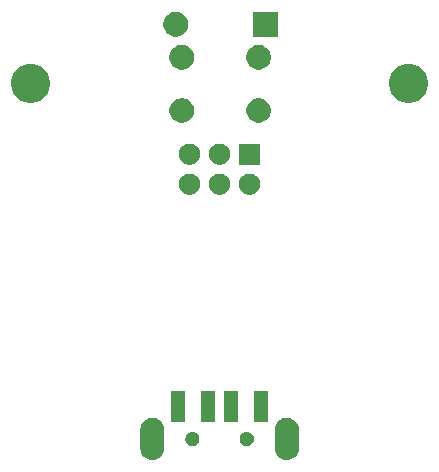
<source format=gbr>
G04 #@! TF.GenerationSoftware,KiCad,Pcbnew,(5.1.6)-1*
G04 #@! TF.CreationDate,2020-09-18T10:49:42+01:00*
G04 #@! TF.ProjectId,teatime,74656174-696d-4652-9e6b-696361645f70,rev?*
G04 #@! TF.SameCoordinates,Original*
G04 #@! TF.FileFunction,Soldermask,Bot*
G04 #@! TF.FilePolarity,Negative*
%FSLAX46Y46*%
G04 Gerber Fmt 4.6, Leading zero omitted, Abs format (unit mm)*
G04 Created by KiCad (PCBNEW (5.1.6)-1) date 2020-09-18 10:49:42*
%MOMM*%
%LPD*%
G01*
G04 APERTURE LIST*
%ADD10C,0.100000*%
G04 APERTURE END LIST*
D10*
G36*
X94496228Y-128313483D02*
G01*
X94684922Y-128370723D01*
X94858815Y-128463671D01*
X95011239Y-128588761D01*
X95136329Y-128741185D01*
X95229277Y-128915078D01*
X95286517Y-129103772D01*
X95301000Y-129250825D01*
X95301000Y-130949175D01*
X95286517Y-131096228D01*
X95229277Y-131284922D01*
X95136329Y-131458815D01*
X95011239Y-131611239D01*
X94858815Y-131736329D01*
X94684921Y-131829277D01*
X94496227Y-131886517D01*
X94300000Y-131905843D01*
X94103772Y-131886517D01*
X93915078Y-131829277D01*
X93741185Y-131736329D01*
X93588761Y-131611239D01*
X93463671Y-131458815D01*
X93370723Y-131284921D01*
X93313483Y-131096227D01*
X93299000Y-130949174D01*
X93299000Y-129250825D01*
X93313483Y-129103769D01*
X93370722Y-128915081D01*
X93463672Y-128741185D01*
X93588762Y-128588761D01*
X93741186Y-128463671D01*
X93915079Y-128370723D01*
X94103773Y-128313483D01*
X94300000Y-128294157D01*
X94496228Y-128313483D01*
G37*
G36*
X105896228Y-128313483D02*
G01*
X106084922Y-128370723D01*
X106258815Y-128463671D01*
X106411239Y-128588761D01*
X106536329Y-128741185D01*
X106629277Y-128915078D01*
X106686517Y-129103772D01*
X106701000Y-129250825D01*
X106701000Y-130949175D01*
X106686517Y-131096228D01*
X106629277Y-131284922D01*
X106536329Y-131458815D01*
X106411239Y-131611239D01*
X106258815Y-131736329D01*
X106084921Y-131829277D01*
X105896227Y-131886517D01*
X105700000Y-131905843D01*
X105503772Y-131886517D01*
X105315078Y-131829277D01*
X105141185Y-131736329D01*
X104988761Y-131611239D01*
X104863671Y-131458815D01*
X104770723Y-131284921D01*
X104713483Y-131096227D01*
X104699000Y-130949174D01*
X104699000Y-129250825D01*
X104713483Y-129103769D01*
X104770722Y-128915081D01*
X104863672Y-128741185D01*
X104988762Y-128588761D01*
X105141186Y-128463671D01*
X105315079Y-128370723D01*
X105503773Y-128313483D01*
X105700000Y-128294157D01*
X105896228Y-128313483D01*
G37*
G36*
X97836601Y-129514397D02*
G01*
X97875305Y-129522096D01*
X97907340Y-129535365D01*
X97984680Y-129567400D01*
X98083115Y-129633173D01*
X98166827Y-129716885D01*
X98232600Y-129815320D01*
X98277904Y-129924696D01*
X98301000Y-130040805D01*
X98301000Y-130159195D01*
X98277904Y-130275304D01*
X98232600Y-130384680D01*
X98166827Y-130483115D01*
X98083115Y-130566827D01*
X97984680Y-130632600D01*
X97907340Y-130664635D01*
X97875305Y-130677904D01*
X97836601Y-130685603D01*
X97759195Y-130701000D01*
X97640805Y-130701000D01*
X97563399Y-130685603D01*
X97524695Y-130677904D01*
X97492660Y-130664635D01*
X97415320Y-130632600D01*
X97316885Y-130566827D01*
X97233173Y-130483115D01*
X97167400Y-130384680D01*
X97122096Y-130275304D01*
X97099000Y-130159195D01*
X97099000Y-130040805D01*
X97122096Y-129924696D01*
X97167400Y-129815320D01*
X97233173Y-129716885D01*
X97316885Y-129633173D01*
X97415320Y-129567400D01*
X97492660Y-129535365D01*
X97524695Y-129522096D01*
X97563399Y-129514397D01*
X97640805Y-129499000D01*
X97759195Y-129499000D01*
X97836601Y-129514397D01*
G37*
G36*
X102436601Y-129514397D02*
G01*
X102475305Y-129522096D01*
X102507340Y-129535365D01*
X102584680Y-129567400D01*
X102683115Y-129633173D01*
X102766827Y-129716885D01*
X102832600Y-129815320D01*
X102877904Y-129924696D01*
X102901000Y-130040805D01*
X102901000Y-130159195D01*
X102877904Y-130275304D01*
X102832600Y-130384680D01*
X102766827Y-130483115D01*
X102683115Y-130566827D01*
X102584680Y-130632600D01*
X102507340Y-130664635D01*
X102475305Y-130677904D01*
X102436601Y-130685603D01*
X102359195Y-130701000D01*
X102240805Y-130701000D01*
X102163399Y-130685603D01*
X102124695Y-130677904D01*
X102092660Y-130664635D01*
X102015320Y-130632600D01*
X101916885Y-130566827D01*
X101833173Y-130483115D01*
X101767400Y-130384680D01*
X101722096Y-130275304D01*
X101699000Y-130159195D01*
X101699000Y-130040805D01*
X101722096Y-129924696D01*
X101767400Y-129815320D01*
X101833173Y-129716885D01*
X101916885Y-129633173D01*
X102015320Y-129567400D01*
X102092660Y-129535365D01*
X102124695Y-129522096D01*
X102163399Y-129514397D01*
X102240805Y-129499000D01*
X102359195Y-129499000D01*
X102436601Y-129514397D01*
G37*
G36*
X99601000Y-128651000D02*
G01*
X98399000Y-128651000D01*
X98399000Y-126049000D01*
X99601000Y-126049000D01*
X99601000Y-128651000D01*
G37*
G36*
X97101000Y-128651000D02*
G01*
X95899000Y-128651000D01*
X95899000Y-126049000D01*
X97101000Y-126049000D01*
X97101000Y-128651000D01*
G37*
G36*
X101601000Y-128651000D02*
G01*
X100399000Y-128651000D01*
X100399000Y-126049000D01*
X101601000Y-126049000D01*
X101601000Y-128651000D01*
G37*
G36*
X104101000Y-128651000D02*
G01*
X102899000Y-128651000D01*
X102899000Y-126049000D01*
X104101000Y-126049000D01*
X104101000Y-128651000D01*
G37*
G36*
X97573512Y-107643927D02*
G01*
X97722812Y-107673624D01*
X97886784Y-107741544D01*
X98034354Y-107840147D01*
X98159853Y-107965646D01*
X98258456Y-108113216D01*
X98326376Y-108277188D01*
X98361000Y-108451259D01*
X98361000Y-108628741D01*
X98326376Y-108802812D01*
X98258456Y-108966784D01*
X98159853Y-109114354D01*
X98034354Y-109239853D01*
X97886784Y-109338456D01*
X97722812Y-109406376D01*
X97573512Y-109436073D01*
X97548742Y-109441000D01*
X97371258Y-109441000D01*
X97346488Y-109436073D01*
X97197188Y-109406376D01*
X97033216Y-109338456D01*
X96885646Y-109239853D01*
X96760147Y-109114354D01*
X96661544Y-108966784D01*
X96593624Y-108802812D01*
X96559000Y-108628741D01*
X96559000Y-108451259D01*
X96593624Y-108277188D01*
X96661544Y-108113216D01*
X96760147Y-107965646D01*
X96885646Y-107840147D01*
X97033216Y-107741544D01*
X97197188Y-107673624D01*
X97346488Y-107643927D01*
X97371258Y-107639000D01*
X97548742Y-107639000D01*
X97573512Y-107643927D01*
G37*
G36*
X100113512Y-107643927D02*
G01*
X100262812Y-107673624D01*
X100426784Y-107741544D01*
X100574354Y-107840147D01*
X100699853Y-107965646D01*
X100798456Y-108113216D01*
X100866376Y-108277188D01*
X100901000Y-108451259D01*
X100901000Y-108628741D01*
X100866376Y-108802812D01*
X100798456Y-108966784D01*
X100699853Y-109114354D01*
X100574354Y-109239853D01*
X100426784Y-109338456D01*
X100262812Y-109406376D01*
X100113512Y-109436073D01*
X100088742Y-109441000D01*
X99911258Y-109441000D01*
X99886488Y-109436073D01*
X99737188Y-109406376D01*
X99573216Y-109338456D01*
X99425646Y-109239853D01*
X99300147Y-109114354D01*
X99201544Y-108966784D01*
X99133624Y-108802812D01*
X99099000Y-108628741D01*
X99099000Y-108451259D01*
X99133624Y-108277188D01*
X99201544Y-108113216D01*
X99300147Y-107965646D01*
X99425646Y-107840147D01*
X99573216Y-107741544D01*
X99737188Y-107673624D01*
X99886488Y-107643927D01*
X99911258Y-107639000D01*
X100088742Y-107639000D01*
X100113512Y-107643927D01*
G37*
G36*
X102653512Y-107643927D02*
G01*
X102802812Y-107673624D01*
X102966784Y-107741544D01*
X103114354Y-107840147D01*
X103239853Y-107965646D01*
X103338456Y-108113216D01*
X103406376Y-108277188D01*
X103441000Y-108451259D01*
X103441000Y-108628741D01*
X103406376Y-108802812D01*
X103338456Y-108966784D01*
X103239853Y-109114354D01*
X103114354Y-109239853D01*
X102966784Y-109338456D01*
X102802812Y-109406376D01*
X102653512Y-109436073D01*
X102628742Y-109441000D01*
X102451258Y-109441000D01*
X102426488Y-109436073D01*
X102277188Y-109406376D01*
X102113216Y-109338456D01*
X101965646Y-109239853D01*
X101840147Y-109114354D01*
X101741544Y-108966784D01*
X101673624Y-108802812D01*
X101639000Y-108628741D01*
X101639000Y-108451259D01*
X101673624Y-108277188D01*
X101741544Y-108113216D01*
X101840147Y-107965646D01*
X101965646Y-107840147D01*
X102113216Y-107741544D01*
X102277188Y-107673624D01*
X102426488Y-107643927D01*
X102451258Y-107639000D01*
X102628742Y-107639000D01*
X102653512Y-107643927D01*
G37*
G36*
X97573512Y-105103927D02*
G01*
X97722812Y-105133624D01*
X97886784Y-105201544D01*
X98034354Y-105300147D01*
X98159853Y-105425646D01*
X98258456Y-105573216D01*
X98326376Y-105737188D01*
X98361000Y-105911259D01*
X98361000Y-106088741D01*
X98326376Y-106262812D01*
X98258456Y-106426784D01*
X98159853Y-106574354D01*
X98034354Y-106699853D01*
X97886784Y-106798456D01*
X97722812Y-106866376D01*
X97573512Y-106896073D01*
X97548742Y-106901000D01*
X97371258Y-106901000D01*
X97346488Y-106896073D01*
X97197188Y-106866376D01*
X97033216Y-106798456D01*
X96885646Y-106699853D01*
X96760147Y-106574354D01*
X96661544Y-106426784D01*
X96593624Y-106262812D01*
X96559000Y-106088741D01*
X96559000Y-105911259D01*
X96593624Y-105737188D01*
X96661544Y-105573216D01*
X96760147Y-105425646D01*
X96885646Y-105300147D01*
X97033216Y-105201544D01*
X97197188Y-105133624D01*
X97346488Y-105103927D01*
X97371258Y-105099000D01*
X97548742Y-105099000D01*
X97573512Y-105103927D01*
G37*
G36*
X103441000Y-106901000D02*
G01*
X101639000Y-106901000D01*
X101639000Y-105099000D01*
X103441000Y-105099000D01*
X103441000Y-106901000D01*
G37*
G36*
X100113512Y-105103927D02*
G01*
X100262812Y-105133624D01*
X100426784Y-105201544D01*
X100574354Y-105300147D01*
X100699853Y-105425646D01*
X100798456Y-105573216D01*
X100866376Y-105737188D01*
X100901000Y-105911259D01*
X100901000Y-106088741D01*
X100866376Y-106262812D01*
X100798456Y-106426784D01*
X100699853Y-106574354D01*
X100574354Y-106699853D01*
X100426784Y-106798456D01*
X100262812Y-106866376D01*
X100113512Y-106896073D01*
X100088742Y-106901000D01*
X99911258Y-106901000D01*
X99886488Y-106896073D01*
X99737188Y-106866376D01*
X99573216Y-106798456D01*
X99425646Y-106699853D01*
X99300147Y-106574354D01*
X99201544Y-106426784D01*
X99133624Y-106262812D01*
X99099000Y-106088741D01*
X99099000Y-105911259D01*
X99133624Y-105737188D01*
X99201544Y-105573216D01*
X99300147Y-105425646D01*
X99425646Y-105300147D01*
X99573216Y-105201544D01*
X99737188Y-105133624D01*
X99886488Y-105103927D01*
X99911258Y-105099000D01*
X100088742Y-105099000D01*
X100113512Y-105103927D01*
G37*
G36*
X103606564Y-101289389D02*
G01*
X103797833Y-101368615D01*
X103797835Y-101368616D01*
X103939236Y-101463097D01*
X103969973Y-101483635D01*
X104116365Y-101630027D01*
X104231385Y-101802167D01*
X104310611Y-101993436D01*
X104351000Y-102196484D01*
X104351000Y-102403516D01*
X104310611Y-102606564D01*
X104231385Y-102797833D01*
X104231384Y-102797835D01*
X104116365Y-102969973D01*
X103969973Y-103116365D01*
X103797835Y-103231384D01*
X103797834Y-103231385D01*
X103797833Y-103231385D01*
X103606564Y-103310611D01*
X103403516Y-103351000D01*
X103196484Y-103351000D01*
X102993436Y-103310611D01*
X102802167Y-103231385D01*
X102802166Y-103231385D01*
X102802165Y-103231384D01*
X102630027Y-103116365D01*
X102483635Y-102969973D01*
X102368616Y-102797835D01*
X102368615Y-102797833D01*
X102289389Y-102606564D01*
X102249000Y-102403516D01*
X102249000Y-102196484D01*
X102289389Y-101993436D01*
X102368615Y-101802167D01*
X102483635Y-101630027D01*
X102630027Y-101483635D01*
X102660764Y-101463097D01*
X102802165Y-101368616D01*
X102802167Y-101368615D01*
X102993436Y-101289389D01*
X103196484Y-101249000D01*
X103403516Y-101249000D01*
X103606564Y-101289389D01*
G37*
G36*
X97106564Y-101289389D02*
G01*
X97297833Y-101368615D01*
X97297835Y-101368616D01*
X97439236Y-101463097D01*
X97469973Y-101483635D01*
X97616365Y-101630027D01*
X97731385Y-101802167D01*
X97810611Y-101993436D01*
X97851000Y-102196484D01*
X97851000Y-102403516D01*
X97810611Y-102606564D01*
X97731385Y-102797833D01*
X97731384Y-102797835D01*
X97616365Y-102969973D01*
X97469973Y-103116365D01*
X97297835Y-103231384D01*
X97297834Y-103231385D01*
X97297833Y-103231385D01*
X97106564Y-103310611D01*
X96903516Y-103351000D01*
X96696484Y-103351000D01*
X96493436Y-103310611D01*
X96302167Y-103231385D01*
X96302166Y-103231385D01*
X96302165Y-103231384D01*
X96130027Y-103116365D01*
X95983635Y-102969973D01*
X95868616Y-102797835D01*
X95868615Y-102797833D01*
X95789389Y-102606564D01*
X95749000Y-102403516D01*
X95749000Y-102196484D01*
X95789389Y-101993436D01*
X95868615Y-101802167D01*
X95983635Y-101630027D01*
X96130027Y-101483635D01*
X96160764Y-101463097D01*
X96302165Y-101368616D01*
X96302167Y-101368615D01*
X96493436Y-101289389D01*
X96696484Y-101249000D01*
X96903516Y-101249000D01*
X97106564Y-101289389D01*
G37*
G36*
X116375256Y-98391298D02*
G01*
X116481579Y-98412447D01*
X116782042Y-98536903D01*
X117052451Y-98717585D01*
X117282415Y-98947549D01*
X117463097Y-99217958D01*
X117587553Y-99518421D01*
X117651000Y-99837391D01*
X117651000Y-100162609D01*
X117587553Y-100481579D01*
X117463097Y-100782042D01*
X117282415Y-101052451D01*
X117052451Y-101282415D01*
X116782042Y-101463097D01*
X116481579Y-101587553D01*
X116375256Y-101608702D01*
X116162611Y-101651000D01*
X115837389Y-101651000D01*
X115624744Y-101608702D01*
X115518421Y-101587553D01*
X115217958Y-101463097D01*
X114947549Y-101282415D01*
X114717585Y-101052451D01*
X114536903Y-100782042D01*
X114412447Y-100481579D01*
X114349000Y-100162609D01*
X114349000Y-99837391D01*
X114412447Y-99518421D01*
X114536903Y-99217958D01*
X114717585Y-98947549D01*
X114947549Y-98717585D01*
X115217958Y-98536903D01*
X115518421Y-98412447D01*
X115624744Y-98391298D01*
X115837389Y-98349000D01*
X116162611Y-98349000D01*
X116375256Y-98391298D01*
G37*
G36*
X84375256Y-98391298D02*
G01*
X84481579Y-98412447D01*
X84782042Y-98536903D01*
X85052451Y-98717585D01*
X85282415Y-98947549D01*
X85463097Y-99217958D01*
X85587553Y-99518421D01*
X85651000Y-99837391D01*
X85651000Y-100162609D01*
X85587553Y-100481579D01*
X85463097Y-100782042D01*
X85282415Y-101052451D01*
X85052451Y-101282415D01*
X84782042Y-101463097D01*
X84481579Y-101587553D01*
X84375256Y-101608702D01*
X84162611Y-101651000D01*
X83837389Y-101651000D01*
X83624744Y-101608702D01*
X83518421Y-101587553D01*
X83217958Y-101463097D01*
X82947549Y-101282415D01*
X82717585Y-101052451D01*
X82536903Y-100782042D01*
X82412447Y-100481579D01*
X82349000Y-100162609D01*
X82349000Y-99837391D01*
X82412447Y-99518421D01*
X82536903Y-99217958D01*
X82717585Y-98947549D01*
X82947549Y-98717585D01*
X83217958Y-98536903D01*
X83518421Y-98412447D01*
X83624744Y-98391298D01*
X83837389Y-98349000D01*
X84162611Y-98349000D01*
X84375256Y-98391298D01*
G37*
G36*
X97106564Y-96789389D02*
G01*
X97297833Y-96868615D01*
X97297835Y-96868616D01*
X97469973Y-96983635D01*
X97616365Y-97130027D01*
X97731385Y-97302167D01*
X97810611Y-97493436D01*
X97851000Y-97696484D01*
X97851000Y-97903516D01*
X97810611Y-98106564D01*
X97731385Y-98297833D01*
X97731384Y-98297835D01*
X97616365Y-98469973D01*
X97469973Y-98616365D01*
X97297835Y-98731384D01*
X97297834Y-98731385D01*
X97297833Y-98731385D01*
X97106564Y-98810611D01*
X96903516Y-98851000D01*
X96696484Y-98851000D01*
X96493436Y-98810611D01*
X96302167Y-98731385D01*
X96302166Y-98731385D01*
X96302165Y-98731384D01*
X96130027Y-98616365D01*
X95983635Y-98469973D01*
X95868616Y-98297835D01*
X95868615Y-98297833D01*
X95789389Y-98106564D01*
X95749000Y-97903516D01*
X95749000Y-97696484D01*
X95789389Y-97493436D01*
X95868615Y-97302167D01*
X95983635Y-97130027D01*
X96130027Y-96983635D01*
X96302165Y-96868616D01*
X96302167Y-96868615D01*
X96493436Y-96789389D01*
X96696484Y-96749000D01*
X96903516Y-96749000D01*
X97106564Y-96789389D01*
G37*
G36*
X103606564Y-96789389D02*
G01*
X103797833Y-96868615D01*
X103797835Y-96868616D01*
X103969973Y-96983635D01*
X104116365Y-97130027D01*
X104231385Y-97302167D01*
X104310611Y-97493436D01*
X104351000Y-97696484D01*
X104351000Y-97903516D01*
X104310611Y-98106564D01*
X104231385Y-98297833D01*
X104231384Y-98297835D01*
X104116365Y-98469973D01*
X103969973Y-98616365D01*
X103797835Y-98731384D01*
X103797834Y-98731385D01*
X103797833Y-98731385D01*
X103606564Y-98810611D01*
X103403516Y-98851000D01*
X103196484Y-98851000D01*
X102993436Y-98810611D01*
X102802167Y-98731385D01*
X102802166Y-98731385D01*
X102802165Y-98731384D01*
X102630027Y-98616365D01*
X102483635Y-98469973D01*
X102368616Y-98297835D01*
X102368615Y-98297833D01*
X102289389Y-98106564D01*
X102249000Y-97903516D01*
X102249000Y-97696484D01*
X102289389Y-97493436D01*
X102368615Y-97302167D01*
X102483635Y-97130027D01*
X102630027Y-96983635D01*
X102802165Y-96868616D01*
X102802167Y-96868615D01*
X102993436Y-96789389D01*
X103196484Y-96749000D01*
X103403516Y-96749000D01*
X103606564Y-96789389D01*
G37*
G36*
X104951000Y-96051000D02*
G01*
X102849000Y-96051000D01*
X102849000Y-93949000D01*
X104951000Y-93949000D01*
X104951000Y-96051000D01*
G37*
G36*
X96606564Y-93989389D02*
G01*
X96797833Y-94068615D01*
X96797835Y-94068616D01*
X96969973Y-94183635D01*
X97116365Y-94330027D01*
X97231385Y-94502167D01*
X97310611Y-94693436D01*
X97351000Y-94896484D01*
X97351000Y-95103516D01*
X97310611Y-95306564D01*
X97231385Y-95497833D01*
X97231384Y-95497835D01*
X97116365Y-95669973D01*
X96969973Y-95816365D01*
X96797835Y-95931384D01*
X96797834Y-95931385D01*
X96797833Y-95931385D01*
X96606564Y-96010611D01*
X96403516Y-96051000D01*
X96196484Y-96051000D01*
X95993436Y-96010611D01*
X95802167Y-95931385D01*
X95802166Y-95931385D01*
X95802165Y-95931384D01*
X95630027Y-95816365D01*
X95483635Y-95669973D01*
X95368616Y-95497835D01*
X95368615Y-95497833D01*
X95289389Y-95306564D01*
X95249000Y-95103516D01*
X95249000Y-94896484D01*
X95289389Y-94693436D01*
X95368615Y-94502167D01*
X95483635Y-94330027D01*
X95630027Y-94183635D01*
X95802165Y-94068616D01*
X95802167Y-94068615D01*
X95993436Y-93989389D01*
X96196484Y-93949000D01*
X96403516Y-93949000D01*
X96606564Y-93989389D01*
G37*
M02*

</source>
